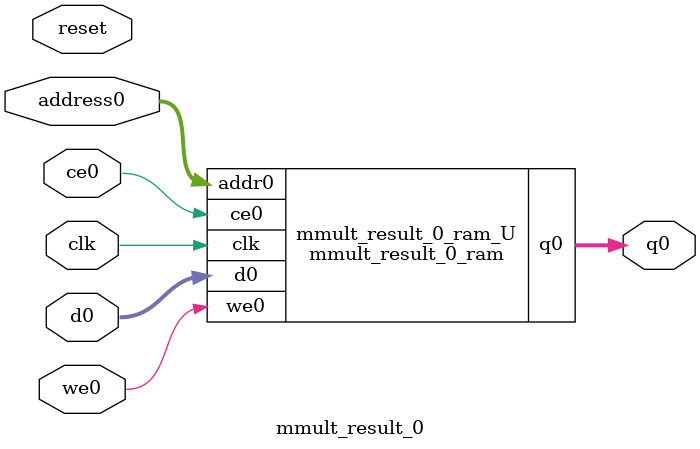
<source format=v>

`timescale 1 ns / 1 ps
module mmult_result_0_ram (addr0, ce0, d0, we0, q0,  clk);

parameter DWIDTH = 32;
parameter AWIDTH = 5;
parameter MEM_SIZE = 32;

input[AWIDTH-1:0] addr0;
input ce0;
input[DWIDTH-1:0] d0;
input we0;
output wire[DWIDTH-1:0] q0;
input clk;

(* ram_style = "block" *)reg [DWIDTH-1:0] ram[0:MEM_SIZE-1];
wire [AWIDTH-1:0] addr0_t0; 
reg [AWIDTH-1:0] addr0_t1; 
wire [DWIDTH-1:0] d0_t0; 
wire we0_t0; 
reg [DWIDTH-1:0] d0_t1; 
reg we0_t1; 
reg [DWIDTH-1:0] q0_t0;
reg [DWIDTH-1:0] q0_t1;
reg [DWIDTH-1:0] q0_t2;
reg [DWIDTH-1:0] q0_bypass;

reg we0_t2;
reg [DWIDTH-1:0] d0_t2; 
reg [AWIDTH-1:0] addr0_t2;

reg ce0_q;

// --------- wrapper --------------
assign addr0_t0 = addr0;
assign d0_t0 = d0;
assign we0_t0 = we0;

// output selection of the wrapper.
assign q0 = ce0_q ? q0_t2 : q0_bypass;

// delay the stall signal
always @ (posedge clk) begin
    ce0_q <= ce0;
end

// additional register in the wrapper, controlled by ce0
always @(posedge clk)  
begin
    if (ce0) 
    begin
        addr0_t1 <= addr0_t0; 
        d0_t1 <= d0_t0;
        we0_t1 <= we0_t0;
    end
end

//------------ end of wrapper ---------------

// ----------- starting the BRAM unit -------------

// original 1 cycle delay to the BRAM, but now controlled by ce0_q 
always @(posedge clk)  
begin
    if (ce0_q) 
    begin
        addr0_t2 <= addr0_t1; 
        d0_t2 <= d0_t1;
        we0_t2 <= we0_t1;
    end
end

always @(posedge clk)  
begin
    if (ce0_q) begin
        // original 2 cycle latency from BRAM, now controlled by ce0_q
        q0_t1 <= q0_t0;
        q0_t2 <= q0_t1;
        // bypass register
        q0_bypass <= q0_t2;
    end
end

// the actual BRAM unit, now controlled by ce0_q
// originally we0_t1, addr0_t1, d0_t1; now we0_t2 since the wrapper introduce one more register
always @(posedge clk)  
begin 
    if (ce0_q) // originally ce0
    begin
        if (we0_t2) 
        begin 
            ram[addr0_t2] <= d0_t2; // originally d0_t1
            q0_t0 <= d0_t2;
        end 
        else 
            q0_t0 <= ram[addr0_t2];
    end
end

// -------------- end of the BRAM unit ---------------

endmodule


`timescale 1 ns / 1 ps
module mmult_result_0(
    reset,
    clk,
    address0,
    ce0,
    we0,
    d0,
    q0);

parameter DataWidth = 32'd32;
parameter AddressRange = 32'd32;
parameter AddressWidth = 32'd5;
input reset;
input clk;
input[AddressWidth - 1:0] address0;
input ce0;
input we0;
input[DataWidth - 1:0] d0;
output[DataWidth - 1:0] q0;



mmult_result_0_ram mmult_result_0_ram_U(
    .clk( clk ),
    .addr0( address0 ),
    .ce0( ce0 ),
    .we0( we0 ),
    .d0( d0 ),
    .q0( q0 ));

endmodule


</source>
